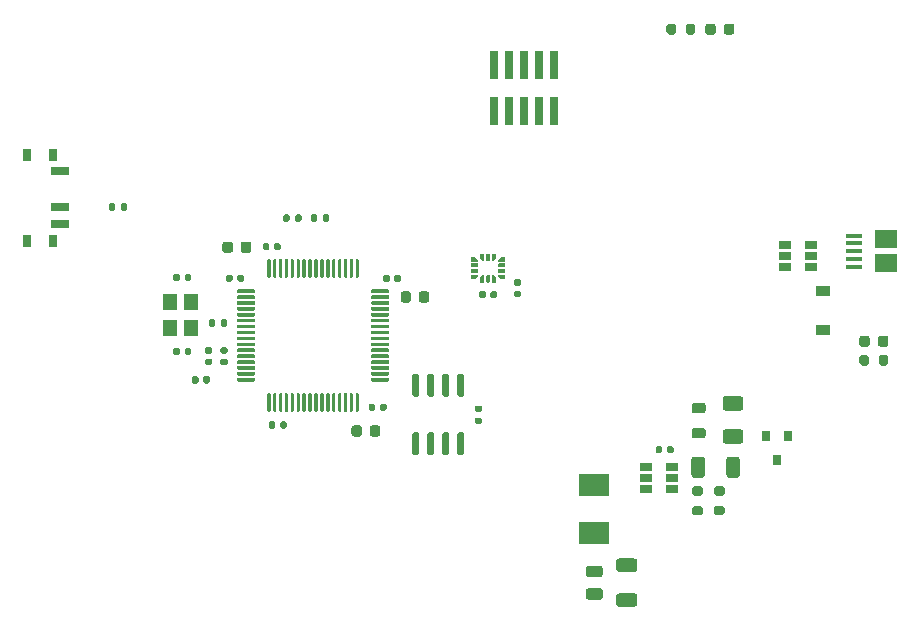
<source format=gbr>
%TF.GenerationSoftware,KiCad,Pcbnew,(5.1.7)-1*%
%TF.CreationDate,2021-01-30T20:15:53-05:00*%
%TF.ProjectId,STM32F4_Eval,53544d33-3246-4345-9f45-76616c2e6b69,rev?*%
%TF.SameCoordinates,Original*%
%TF.FileFunction,Paste,Top*%
%TF.FilePolarity,Positive*%
%FSLAX46Y46*%
G04 Gerber Fmt 4.6, Leading zero omitted, Abs format (unit mm)*
G04 Created by KiCad (PCBNEW (5.1.7)-1) date 2021-01-30 20:15:53*
%MOMM*%
%LPD*%
G01*
G04 APERTURE LIST*
%ADD10R,1.060000X0.650000*%
%ADD11R,1.900000X1.500000*%
%ADD12R,1.350000X0.400000*%
%ADD13R,1.200000X0.900000*%
%ADD14R,2.500000X1.900000*%
%ADD15R,0.800000X0.900000*%
%ADD16R,1.200000X1.400000*%
%ADD17C,0.100000*%
%ADD18R,1.500000X0.700000*%
%ADD19R,0.800000X1.000000*%
%ADD20R,0.740000X2.400000*%
G04 APERTURE END LIST*
D10*
%TO.C,U2*%
X154140000Y-110740000D03*
X154140000Y-111690000D03*
X154140000Y-112640000D03*
X156340000Y-112640000D03*
X156340000Y-110740000D03*
X156340000Y-111690000D03*
%TD*%
%TO.C,C14*%
G36*
G01*
X155910000Y-109470000D02*
X155910000Y-109130000D01*
G75*
G02*
X156050000Y-108990000I140000J0D01*
G01*
X156330000Y-108990000D01*
G75*
G02*
X156470000Y-109130000I0J-140000D01*
G01*
X156470000Y-109470000D01*
G75*
G02*
X156330000Y-109610000I-140000J0D01*
G01*
X156050000Y-109610000D01*
G75*
G02*
X155910000Y-109470000I0J140000D01*
G01*
G37*
G36*
G01*
X154950000Y-109470000D02*
X154950000Y-109130000D01*
G75*
G02*
X155090000Y-108990000I140000J0D01*
G01*
X155370000Y-108990000D01*
G75*
G02*
X155510000Y-109130000I0J-140000D01*
G01*
X155510000Y-109470000D01*
G75*
G02*
X155370000Y-109610000I-140000J0D01*
G01*
X155090000Y-109610000D01*
G75*
G02*
X154950000Y-109470000I0J140000D01*
G01*
G37*
%TD*%
D11*
%TO.C,J2*%
X174487500Y-91500000D03*
D12*
X171787500Y-93150000D03*
X171787500Y-93800000D03*
X171787500Y-91200000D03*
X171787500Y-91850000D03*
X171787500Y-92500000D03*
D11*
X174487500Y-93500000D03*
%TD*%
%TO.C,R1*%
G36*
G01*
X109680000Y-88925000D02*
X109680000Y-88555000D01*
G75*
G02*
X109815000Y-88420000I135000J0D01*
G01*
X110085000Y-88420000D01*
G75*
G02*
X110220000Y-88555000I0J-135000D01*
G01*
X110220000Y-88925000D01*
G75*
G02*
X110085000Y-89060000I-135000J0D01*
G01*
X109815000Y-89060000D01*
G75*
G02*
X109680000Y-88925000I0J135000D01*
G01*
G37*
G36*
G01*
X108660000Y-88925000D02*
X108660000Y-88555000D01*
G75*
G02*
X108795000Y-88420000I135000J0D01*
G01*
X109065000Y-88420000D01*
G75*
G02*
X109200000Y-88555000I0J-135000D01*
G01*
X109200000Y-88925000D01*
G75*
G02*
X109065000Y-89060000I-135000J0D01*
G01*
X108795000Y-89060000D01*
G75*
G02*
X108660000Y-88925000I0J135000D01*
G01*
G37*
%TD*%
%TO.C,D2*%
G36*
G01*
X159162500Y-73956250D02*
X159162500Y-73443750D01*
G75*
G02*
X159381250Y-73225000I218750J0D01*
G01*
X159818750Y-73225000D01*
G75*
G02*
X160037500Y-73443750I0J-218750D01*
G01*
X160037500Y-73956250D01*
G75*
G02*
X159818750Y-74175000I-218750J0D01*
G01*
X159381250Y-74175000D01*
G75*
G02*
X159162500Y-73956250I0J218750D01*
G01*
G37*
G36*
G01*
X160737500Y-73956250D02*
X160737500Y-73443750D01*
G75*
G02*
X160956250Y-73225000I218750J0D01*
G01*
X161393750Y-73225000D01*
G75*
G02*
X161612500Y-73443750I0J-218750D01*
G01*
X161612500Y-73956250D01*
G75*
G02*
X161393750Y-74175000I-218750J0D01*
G01*
X160956250Y-74175000D01*
G75*
G02*
X160737500Y-73956250I0J218750D01*
G01*
G37*
%TD*%
%TO.C,L1*%
G36*
G01*
X115665000Y-103572500D02*
X115665000Y-103227500D01*
G75*
G02*
X115812500Y-103080000I147500J0D01*
G01*
X116107500Y-103080000D01*
G75*
G02*
X116255000Y-103227500I0J-147500D01*
G01*
X116255000Y-103572500D01*
G75*
G02*
X116107500Y-103720000I-147500J0D01*
G01*
X115812500Y-103720000D01*
G75*
G02*
X115665000Y-103572500I0J147500D01*
G01*
G37*
G36*
G01*
X116635000Y-103572500D02*
X116635000Y-103227500D01*
G75*
G02*
X116782500Y-103080000I147500J0D01*
G01*
X117077500Y-103080000D01*
G75*
G02*
X117225000Y-103227500I0J-147500D01*
G01*
X117225000Y-103572500D01*
G75*
G02*
X117077500Y-103720000I-147500J0D01*
G01*
X116782500Y-103720000D01*
G75*
G02*
X116635000Y-103572500I0J147500D01*
G01*
G37*
%TD*%
D13*
%TO.C,D3*%
X169150000Y-99150000D03*
X169150000Y-95850000D03*
%TD*%
D14*
%TO.C,L2*%
X149760000Y-112270000D03*
X149760000Y-116370000D03*
%TD*%
D15*
%TO.C,Q1*%
X165230000Y-110190000D03*
X164280000Y-108190000D03*
X166180000Y-108190000D03*
%TD*%
%TO.C,F1*%
G36*
G01*
X160875000Y-104765000D02*
X162125000Y-104765000D01*
G75*
G02*
X162375000Y-105015000I0J-250000D01*
G01*
X162375000Y-105765000D01*
G75*
G02*
X162125000Y-106015000I-250000J0D01*
G01*
X160875000Y-106015000D01*
G75*
G02*
X160625000Y-105765000I0J250000D01*
G01*
X160625000Y-105015000D01*
G75*
G02*
X160875000Y-104765000I250000J0D01*
G01*
G37*
G36*
G01*
X160875000Y-107565000D02*
X162125000Y-107565000D01*
G75*
G02*
X162375000Y-107815000I0J-250000D01*
G01*
X162375000Y-108565000D01*
G75*
G02*
X162125000Y-108815000I-250000J0D01*
G01*
X160875000Y-108815000D01*
G75*
G02*
X160625000Y-108565000I0J250000D01*
G01*
X160625000Y-107815000D01*
G75*
G02*
X160875000Y-107565000I250000J0D01*
G01*
G37*
%TD*%
%TO.C,C1*%
G36*
G01*
X120725000Y-91925000D02*
X120725000Y-92425000D01*
G75*
G02*
X120500000Y-92650000I-225000J0D01*
G01*
X120050000Y-92650000D01*
G75*
G02*
X119825000Y-92425000I0J225000D01*
G01*
X119825000Y-91925000D01*
G75*
G02*
X120050000Y-91700000I225000J0D01*
G01*
X120500000Y-91700000D01*
G75*
G02*
X120725000Y-91925000I0J-225000D01*
G01*
G37*
G36*
G01*
X119175000Y-91925000D02*
X119175000Y-92425000D01*
G75*
G02*
X118950000Y-92650000I-225000J0D01*
G01*
X118500000Y-92650000D01*
G75*
G02*
X118275000Y-92425000I0J225000D01*
G01*
X118275000Y-91925000D01*
G75*
G02*
X118500000Y-91700000I225000J0D01*
G01*
X118950000Y-91700000D01*
G75*
G02*
X119175000Y-91925000I0J-225000D01*
G01*
G37*
%TD*%
%TO.C,C5*%
G36*
G01*
X131870000Y-94990000D02*
X131870000Y-94650000D01*
G75*
G02*
X132010000Y-94510000I140000J0D01*
G01*
X132290000Y-94510000D01*
G75*
G02*
X132430000Y-94650000I0J-140000D01*
G01*
X132430000Y-94990000D01*
G75*
G02*
X132290000Y-95130000I-140000J0D01*
G01*
X132010000Y-95130000D01*
G75*
G02*
X131870000Y-94990000I0J140000D01*
G01*
G37*
G36*
G01*
X132830000Y-94990000D02*
X132830000Y-94650000D01*
G75*
G02*
X132970000Y-94510000I140000J0D01*
G01*
X133250000Y-94510000D01*
G75*
G02*
X133390000Y-94650000I0J-140000D01*
G01*
X133390000Y-94990000D01*
G75*
G02*
X133250000Y-95130000I-140000J0D01*
G01*
X132970000Y-95130000D01*
G75*
G02*
X132830000Y-94990000I0J140000D01*
G01*
G37*
%TD*%
%TO.C,C7*%
G36*
G01*
X117280000Y-102148000D02*
X116940000Y-102148000D01*
G75*
G02*
X116800000Y-102008000I0J140000D01*
G01*
X116800000Y-101728000D01*
G75*
G02*
X116940000Y-101588000I140000J0D01*
G01*
X117280000Y-101588000D01*
G75*
G02*
X117420000Y-101728000I0J-140000D01*
G01*
X117420000Y-102008000D01*
G75*
G02*
X117280000Y-102148000I-140000J0D01*
G01*
G37*
G36*
G01*
X117280000Y-101188000D02*
X116940000Y-101188000D01*
G75*
G02*
X116800000Y-101048000I0J140000D01*
G01*
X116800000Y-100768000D01*
G75*
G02*
X116940000Y-100628000I140000J0D01*
G01*
X117280000Y-100628000D01*
G75*
G02*
X117420000Y-100768000I0J-140000D01*
G01*
X117420000Y-101048000D01*
G75*
G02*
X117280000Y-101188000I-140000J0D01*
G01*
G37*
%TD*%
%TO.C,C2*%
G36*
G01*
X120100000Y-94620000D02*
X120100000Y-94960000D01*
G75*
G02*
X119960000Y-95100000I-140000J0D01*
G01*
X119680000Y-95100000D01*
G75*
G02*
X119540000Y-94960000I0J140000D01*
G01*
X119540000Y-94620000D01*
G75*
G02*
X119680000Y-94480000I140000J0D01*
G01*
X119960000Y-94480000D01*
G75*
G02*
X120100000Y-94620000I0J-140000D01*
G01*
G37*
G36*
G01*
X119140000Y-94620000D02*
X119140000Y-94960000D01*
G75*
G02*
X119000000Y-95100000I-140000J0D01*
G01*
X118720000Y-95100000D01*
G75*
G02*
X118580000Y-94960000I0J140000D01*
G01*
X118580000Y-94620000D01*
G75*
G02*
X118720000Y-94480000I140000J0D01*
G01*
X119000000Y-94480000D01*
G75*
G02*
X119140000Y-94620000I0J-140000D01*
G01*
G37*
%TD*%
%TO.C,C3*%
G36*
G01*
X122770000Y-107050000D02*
X122770000Y-107390000D01*
G75*
G02*
X122630000Y-107530000I-140000J0D01*
G01*
X122350000Y-107530000D01*
G75*
G02*
X122210000Y-107390000I0J140000D01*
G01*
X122210000Y-107050000D01*
G75*
G02*
X122350000Y-106910000I140000J0D01*
G01*
X122630000Y-106910000D01*
G75*
G02*
X122770000Y-107050000I0J-140000D01*
G01*
G37*
G36*
G01*
X123730000Y-107050000D02*
X123730000Y-107390000D01*
G75*
G02*
X123590000Y-107530000I-140000J0D01*
G01*
X123310000Y-107530000D01*
G75*
G02*
X123170000Y-107390000I0J140000D01*
G01*
X123170000Y-107050000D01*
G75*
G02*
X123310000Y-106910000I140000J0D01*
G01*
X123590000Y-106910000D01*
G75*
G02*
X123730000Y-107050000I0J-140000D01*
G01*
G37*
%TD*%
%TO.C,C6*%
G36*
G01*
X122650000Y-92290000D02*
X122650000Y-91950000D01*
G75*
G02*
X122790000Y-91810000I140000J0D01*
G01*
X123070000Y-91810000D01*
G75*
G02*
X123210000Y-91950000I0J-140000D01*
G01*
X123210000Y-92290000D01*
G75*
G02*
X123070000Y-92430000I-140000J0D01*
G01*
X122790000Y-92430000D01*
G75*
G02*
X122650000Y-92290000I0J140000D01*
G01*
G37*
G36*
G01*
X121690000Y-92290000D02*
X121690000Y-91950000D01*
G75*
G02*
X121830000Y-91810000I140000J0D01*
G01*
X122110000Y-91810000D01*
G75*
G02*
X122250000Y-91950000I0J-140000D01*
G01*
X122250000Y-92290000D01*
G75*
G02*
X122110000Y-92430000I-140000J0D01*
G01*
X121830000Y-92430000D01*
G75*
G02*
X121690000Y-92290000I0J140000D01*
G01*
G37*
%TD*%
%TO.C,C4*%
G36*
G01*
X131610000Y-105890000D02*
X131610000Y-105550000D01*
G75*
G02*
X131750000Y-105410000I140000J0D01*
G01*
X132030000Y-105410000D01*
G75*
G02*
X132170000Y-105550000I0J-140000D01*
G01*
X132170000Y-105890000D01*
G75*
G02*
X132030000Y-106030000I-140000J0D01*
G01*
X131750000Y-106030000D01*
G75*
G02*
X131610000Y-105890000I0J140000D01*
G01*
G37*
G36*
G01*
X130650000Y-105890000D02*
X130650000Y-105550000D01*
G75*
G02*
X130790000Y-105410000I140000J0D01*
G01*
X131070000Y-105410000D01*
G75*
G02*
X131210000Y-105550000I0J-140000D01*
G01*
X131210000Y-105890000D01*
G75*
G02*
X131070000Y-106030000I-140000J0D01*
G01*
X130790000Y-106030000D01*
G75*
G02*
X130650000Y-105890000I0J140000D01*
G01*
G37*
%TD*%
%TO.C,C8*%
G36*
G01*
X118570000Y-101188000D02*
X118230000Y-101188000D01*
G75*
G02*
X118090000Y-101048000I0J140000D01*
G01*
X118090000Y-100768000D01*
G75*
G02*
X118230000Y-100628000I140000J0D01*
G01*
X118570000Y-100628000D01*
G75*
G02*
X118710000Y-100768000I0J-140000D01*
G01*
X118710000Y-101048000D01*
G75*
G02*
X118570000Y-101188000I-140000J0D01*
G01*
G37*
G36*
G01*
X118570000Y-102148000D02*
X118230000Y-102148000D01*
G75*
G02*
X118090000Y-102008000I0J140000D01*
G01*
X118090000Y-101728000D01*
G75*
G02*
X118230000Y-101588000I140000J0D01*
G01*
X118570000Y-101588000D01*
G75*
G02*
X118710000Y-101728000I0J-140000D01*
G01*
X118710000Y-102008000D01*
G75*
G02*
X118570000Y-102148000I-140000J0D01*
G01*
G37*
%TD*%
%TO.C,R2*%
G36*
G01*
X158325000Y-73425000D02*
X158325000Y-73975000D01*
G75*
G02*
X158125000Y-74175000I-200000J0D01*
G01*
X157725000Y-74175000D01*
G75*
G02*
X157525000Y-73975000I0J200000D01*
G01*
X157525000Y-73425000D01*
G75*
G02*
X157725000Y-73225000I200000J0D01*
G01*
X158125000Y-73225000D01*
G75*
G02*
X158325000Y-73425000I0J-200000D01*
G01*
G37*
G36*
G01*
X156675000Y-73425000D02*
X156675000Y-73975000D01*
G75*
G02*
X156475000Y-74175000I-200000J0D01*
G01*
X156075000Y-74175000D01*
G75*
G02*
X155875000Y-73975000I0J200000D01*
G01*
X155875000Y-73425000D01*
G75*
G02*
X156075000Y-73225000I200000J0D01*
G01*
X156475000Y-73225000D01*
G75*
G02*
X156675000Y-73425000I0J-200000D01*
G01*
G37*
%TD*%
%TO.C,R11*%
G36*
G01*
X173865000Y-102005000D02*
X173865000Y-101455000D01*
G75*
G02*
X174065000Y-101255000I200000J0D01*
G01*
X174465000Y-101255000D01*
G75*
G02*
X174665000Y-101455000I0J-200000D01*
G01*
X174665000Y-102005000D01*
G75*
G02*
X174465000Y-102205000I-200000J0D01*
G01*
X174065000Y-102205000D01*
G75*
G02*
X173865000Y-102005000I0J200000D01*
G01*
G37*
G36*
G01*
X172215000Y-102005000D02*
X172215000Y-101455000D01*
G75*
G02*
X172415000Y-101255000I200000J0D01*
G01*
X172815000Y-101255000D01*
G75*
G02*
X173015000Y-101455000I0J-200000D01*
G01*
X173015000Y-102005000D01*
G75*
G02*
X172815000Y-102205000I-200000J0D01*
G01*
X172415000Y-102205000D01*
G75*
G02*
X172215000Y-102005000I0J200000D01*
G01*
G37*
%TD*%
D16*
%TO.C,Y1*%
X115575000Y-96775000D03*
X115575000Y-98975000D03*
X113875000Y-98975000D03*
X113875000Y-96775000D03*
%TD*%
%TO.C,R9*%
G36*
G01*
X160065000Y-112420000D02*
X160615000Y-112420000D01*
G75*
G02*
X160815000Y-112620000I0J-200000D01*
G01*
X160815000Y-113020000D01*
G75*
G02*
X160615000Y-113220000I-200000J0D01*
G01*
X160065000Y-113220000D01*
G75*
G02*
X159865000Y-113020000I0J200000D01*
G01*
X159865000Y-112620000D01*
G75*
G02*
X160065000Y-112420000I200000J0D01*
G01*
G37*
G36*
G01*
X160065000Y-114070000D02*
X160615000Y-114070000D01*
G75*
G02*
X160815000Y-114270000I0J-200000D01*
G01*
X160815000Y-114670000D01*
G75*
G02*
X160615000Y-114870000I-200000J0D01*
G01*
X160065000Y-114870000D01*
G75*
G02*
X159865000Y-114670000I0J200000D01*
G01*
X159865000Y-114270000D01*
G75*
G02*
X160065000Y-114070000I200000J0D01*
G01*
G37*
%TD*%
%TO.C,U1*%
G36*
G01*
X119500000Y-95963000D02*
X119500000Y-95813000D01*
G75*
G02*
X119575000Y-95738000I75000J0D01*
G01*
X120975000Y-95738000D01*
G75*
G02*
X121050000Y-95813000I0J-75000D01*
G01*
X121050000Y-95963000D01*
G75*
G02*
X120975000Y-96038000I-75000J0D01*
G01*
X119575000Y-96038000D01*
G75*
G02*
X119500000Y-95963000I0J75000D01*
G01*
G37*
G36*
G01*
X119500000Y-96463000D02*
X119500000Y-96313000D01*
G75*
G02*
X119575000Y-96238000I75000J0D01*
G01*
X120975000Y-96238000D01*
G75*
G02*
X121050000Y-96313000I0J-75000D01*
G01*
X121050000Y-96463000D01*
G75*
G02*
X120975000Y-96538000I-75000J0D01*
G01*
X119575000Y-96538000D01*
G75*
G02*
X119500000Y-96463000I0J75000D01*
G01*
G37*
G36*
G01*
X119500000Y-96963000D02*
X119500000Y-96813000D01*
G75*
G02*
X119575000Y-96738000I75000J0D01*
G01*
X120975000Y-96738000D01*
G75*
G02*
X121050000Y-96813000I0J-75000D01*
G01*
X121050000Y-96963000D01*
G75*
G02*
X120975000Y-97038000I-75000J0D01*
G01*
X119575000Y-97038000D01*
G75*
G02*
X119500000Y-96963000I0J75000D01*
G01*
G37*
G36*
G01*
X119500000Y-97463000D02*
X119500000Y-97313000D01*
G75*
G02*
X119575000Y-97238000I75000J0D01*
G01*
X120975000Y-97238000D01*
G75*
G02*
X121050000Y-97313000I0J-75000D01*
G01*
X121050000Y-97463000D01*
G75*
G02*
X120975000Y-97538000I-75000J0D01*
G01*
X119575000Y-97538000D01*
G75*
G02*
X119500000Y-97463000I0J75000D01*
G01*
G37*
G36*
G01*
X119500000Y-97963000D02*
X119500000Y-97813000D01*
G75*
G02*
X119575000Y-97738000I75000J0D01*
G01*
X120975000Y-97738000D01*
G75*
G02*
X121050000Y-97813000I0J-75000D01*
G01*
X121050000Y-97963000D01*
G75*
G02*
X120975000Y-98038000I-75000J0D01*
G01*
X119575000Y-98038000D01*
G75*
G02*
X119500000Y-97963000I0J75000D01*
G01*
G37*
G36*
G01*
X119500000Y-98463000D02*
X119500000Y-98313000D01*
G75*
G02*
X119575000Y-98238000I75000J0D01*
G01*
X120975000Y-98238000D01*
G75*
G02*
X121050000Y-98313000I0J-75000D01*
G01*
X121050000Y-98463000D01*
G75*
G02*
X120975000Y-98538000I-75000J0D01*
G01*
X119575000Y-98538000D01*
G75*
G02*
X119500000Y-98463000I0J75000D01*
G01*
G37*
G36*
G01*
X119500000Y-98963000D02*
X119500000Y-98813000D01*
G75*
G02*
X119575000Y-98738000I75000J0D01*
G01*
X120975000Y-98738000D01*
G75*
G02*
X121050000Y-98813000I0J-75000D01*
G01*
X121050000Y-98963000D01*
G75*
G02*
X120975000Y-99038000I-75000J0D01*
G01*
X119575000Y-99038000D01*
G75*
G02*
X119500000Y-98963000I0J75000D01*
G01*
G37*
G36*
G01*
X119500000Y-99463000D02*
X119500000Y-99313000D01*
G75*
G02*
X119575000Y-99238000I75000J0D01*
G01*
X120975000Y-99238000D01*
G75*
G02*
X121050000Y-99313000I0J-75000D01*
G01*
X121050000Y-99463000D01*
G75*
G02*
X120975000Y-99538000I-75000J0D01*
G01*
X119575000Y-99538000D01*
G75*
G02*
X119500000Y-99463000I0J75000D01*
G01*
G37*
G36*
G01*
X119500000Y-99963000D02*
X119500000Y-99813000D01*
G75*
G02*
X119575000Y-99738000I75000J0D01*
G01*
X120975000Y-99738000D01*
G75*
G02*
X121050000Y-99813000I0J-75000D01*
G01*
X121050000Y-99963000D01*
G75*
G02*
X120975000Y-100038000I-75000J0D01*
G01*
X119575000Y-100038000D01*
G75*
G02*
X119500000Y-99963000I0J75000D01*
G01*
G37*
G36*
G01*
X119500000Y-100463000D02*
X119500000Y-100313000D01*
G75*
G02*
X119575000Y-100238000I75000J0D01*
G01*
X120975000Y-100238000D01*
G75*
G02*
X121050000Y-100313000I0J-75000D01*
G01*
X121050000Y-100463000D01*
G75*
G02*
X120975000Y-100538000I-75000J0D01*
G01*
X119575000Y-100538000D01*
G75*
G02*
X119500000Y-100463000I0J75000D01*
G01*
G37*
G36*
G01*
X119500000Y-100963000D02*
X119500000Y-100813000D01*
G75*
G02*
X119575000Y-100738000I75000J0D01*
G01*
X120975000Y-100738000D01*
G75*
G02*
X121050000Y-100813000I0J-75000D01*
G01*
X121050000Y-100963000D01*
G75*
G02*
X120975000Y-101038000I-75000J0D01*
G01*
X119575000Y-101038000D01*
G75*
G02*
X119500000Y-100963000I0J75000D01*
G01*
G37*
G36*
G01*
X119500000Y-101463000D02*
X119500000Y-101313000D01*
G75*
G02*
X119575000Y-101238000I75000J0D01*
G01*
X120975000Y-101238000D01*
G75*
G02*
X121050000Y-101313000I0J-75000D01*
G01*
X121050000Y-101463000D01*
G75*
G02*
X120975000Y-101538000I-75000J0D01*
G01*
X119575000Y-101538000D01*
G75*
G02*
X119500000Y-101463000I0J75000D01*
G01*
G37*
G36*
G01*
X119500000Y-101963000D02*
X119500000Y-101813000D01*
G75*
G02*
X119575000Y-101738000I75000J0D01*
G01*
X120975000Y-101738000D01*
G75*
G02*
X121050000Y-101813000I0J-75000D01*
G01*
X121050000Y-101963000D01*
G75*
G02*
X120975000Y-102038000I-75000J0D01*
G01*
X119575000Y-102038000D01*
G75*
G02*
X119500000Y-101963000I0J75000D01*
G01*
G37*
G36*
G01*
X119500000Y-102463000D02*
X119500000Y-102313000D01*
G75*
G02*
X119575000Y-102238000I75000J0D01*
G01*
X120975000Y-102238000D01*
G75*
G02*
X121050000Y-102313000I0J-75000D01*
G01*
X121050000Y-102463000D01*
G75*
G02*
X120975000Y-102538000I-75000J0D01*
G01*
X119575000Y-102538000D01*
G75*
G02*
X119500000Y-102463000I0J75000D01*
G01*
G37*
G36*
G01*
X119500000Y-102963000D02*
X119500000Y-102813000D01*
G75*
G02*
X119575000Y-102738000I75000J0D01*
G01*
X120975000Y-102738000D01*
G75*
G02*
X121050000Y-102813000I0J-75000D01*
G01*
X121050000Y-102963000D01*
G75*
G02*
X120975000Y-103038000I-75000J0D01*
G01*
X119575000Y-103038000D01*
G75*
G02*
X119500000Y-102963000I0J75000D01*
G01*
G37*
G36*
G01*
X119500000Y-103463000D02*
X119500000Y-103313000D01*
G75*
G02*
X119575000Y-103238000I75000J0D01*
G01*
X120975000Y-103238000D01*
G75*
G02*
X121050000Y-103313000I0J-75000D01*
G01*
X121050000Y-103463000D01*
G75*
G02*
X120975000Y-103538000I-75000J0D01*
G01*
X119575000Y-103538000D01*
G75*
G02*
X119500000Y-103463000I0J75000D01*
G01*
G37*
G36*
G01*
X122050000Y-106013000D02*
X122050000Y-104613000D01*
G75*
G02*
X122125000Y-104538000I75000J0D01*
G01*
X122275000Y-104538000D01*
G75*
G02*
X122350000Y-104613000I0J-75000D01*
G01*
X122350000Y-106013000D01*
G75*
G02*
X122275000Y-106088000I-75000J0D01*
G01*
X122125000Y-106088000D01*
G75*
G02*
X122050000Y-106013000I0J75000D01*
G01*
G37*
G36*
G01*
X122550000Y-106013000D02*
X122550000Y-104613000D01*
G75*
G02*
X122625000Y-104538000I75000J0D01*
G01*
X122775000Y-104538000D01*
G75*
G02*
X122850000Y-104613000I0J-75000D01*
G01*
X122850000Y-106013000D01*
G75*
G02*
X122775000Y-106088000I-75000J0D01*
G01*
X122625000Y-106088000D01*
G75*
G02*
X122550000Y-106013000I0J75000D01*
G01*
G37*
G36*
G01*
X123050000Y-106013000D02*
X123050000Y-104613000D01*
G75*
G02*
X123125000Y-104538000I75000J0D01*
G01*
X123275000Y-104538000D01*
G75*
G02*
X123350000Y-104613000I0J-75000D01*
G01*
X123350000Y-106013000D01*
G75*
G02*
X123275000Y-106088000I-75000J0D01*
G01*
X123125000Y-106088000D01*
G75*
G02*
X123050000Y-106013000I0J75000D01*
G01*
G37*
G36*
G01*
X123550000Y-106013000D02*
X123550000Y-104613000D01*
G75*
G02*
X123625000Y-104538000I75000J0D01*
G01*
X123775000Y-104538000D01*
G75*
G02*
X123850000Y-104613000I0J-75000D01*
G01*
X123850000Y-106013000D01*
G75*
G02*
X123775000Y-106088000I-75000J0D01*
G01*
X123625000Y-106088000D01*
G75*
G02*
X123550000Y-106013000I0J75000D01*
G01*
G37*
G36*
G01*
X124050000Y-106013000D02*
X124050000Y-104613000D01*
G75*
G02*
X124125000Y-104538000I75000J0D01*
G01*
X124275000Y-104538000D01*
G75*
G02*
X124350000Y-104613000I0J-75000D01*
G01*
X124350000Y-106013000D01*
G75*
G02*
X124275000Y-106088000I-75000J0D01*
G01*
X124125000Y-106088000D01*
G75*
G02*
X124050000Y-106013000I0J75000D01*
G01*
G37*
G36*
G01*
X124550000Y-106013000D02*
X124550000Y-104613000D01*
G75*
G02*
X124625000Y-104538000I75000J0D01*
G01*
X124775000Y-104538000D01*
G75*
G02*
X124850000Y-104613000I0J-75000D01*
G01*
X124850000Y-106013000D01*
G75*
G02*
X124775000Y-106088000I-75000J0D01*
G01*
X124625000Y-106088000D01*
G75*
G02*
X124550000Y-106013000I0J75000D01*
G01*
G37*
G36*
G01*
X125050000Y-106013000D02*
X125050000Y-104613000D01*
G75*
G02*
X125125000Y-104538000I75000J0D01*
G01*
X125275000Y-104538000D01*
G75*
G02*
X125350000Y-104613000I0J-75000D01*
G01*
X125350000Y-106013000D01*
G75*
G02*
X125275000Y-106088000I-75000J0D01*
G01*
X125125000Y-106088000D01*
G75*
G02*
X125050000Y-106013000I0J75000D01*
G01*
G37*
G36*
G01*
X125550000Y-106013000D02*
X125550000Y-104613000D01*
G75*
G02*
X125625000Y-104538000I75000J0D01*
G01*
X125775000Y-104538000D01*
G75*
G02*
X125850000Y-104613000I0J-75000D01*
G01*
X125850000Y-106013000D01*
G75*
G02*
X125775000Y-106088000I-75000J0D01*
G01*
X125625000Y-106088000D01*
G75*
G02*
X125550000Y-106013000I0J75000D01*
G01*
G37*
G36*
G01*
X126050000Y-106013000D02*
X126050000Y-104613000D01*
G75*
G02*
X126125000Y-104538000I75000J0D01*
G01*
X126275000Y-104538000D01*
G75*
G02*
X126350000Y-104613000I0J-75000D01*
G01*
X126350000Y-106013000D01*
G75*
G02*
X126275000Y-106088000I-75000J0D01*
G01*
X126125000Y-106088000D01*
G75*
G02*
X126050000Y-106013000I0J75000D01*
G01*
G37*
G36*
G01*
X126550000Y-106013000D02*
X126550000Y-104613000D01*
G75*
G02*
X126625000Y-104538000I75000J0D01*
G01*
X126775000Y-104538000D01*
G75*
G02*
X126850000Y-104613000I0J-75000D01*
G01*
X126850000Y-106013000D01*
G75*
G02*
X126775000Y-106088000I-75000J0D01*
G01*
X126625000Y-106088000D01*
G75*
G02*
X126550000Y-106013000I0J75000D01*
G01*
G37*
G36*
G01*
X127050000Y-106013000D02*
X127050000Y-104613000D01*
G75*
G02*
X127125000Y-104538000I75000J0D01*
G01*
X127275000Y-104538000D01*
G75*
G02*
X127350000Y-104613000I0J-75000D01*
G01*
X127350000Y-106013000D01*
G75*
G02*
X127275000Y-106088000I-75000J0D01*
G01*
X127125000Y-106088000D01*
G75*
G02*
X127050000Y-106013000I0J75000D01*
G01*
G37*
G36*
G01*
X127550000Y-106013000D02*
X127550000Y-104613000D01*
G75*
G02*
X127625000Y-104538000I75000J0D01*
G01*
X127775000Y-104538000D01*
G75*
G02*
X127850000Y-104613000I0J-75000D01*
G01*
X127850000Y-106013000D01*
G75*
G02*
X127775000Y-106088000I-75000J0D01*
G01*
X127625000Y-106088000D01*
G75*
G02*
X127550000Y-106013000I0J75000D01*
G01*
G37*
G36*
G01*
X128050000Y-106013000D02*
X128050000Y-104613000D01*
G75*
G02*
X128125000Y-104538000I75000J0D01*
G01*
X128275000Y-104538000D01*
G75*
G02*
X128350000Y-104613000I0J-75000D01*
G01*
X128350000Y-106013000D01*
G75*
G02*
X128275000Y-106088000I-75000J0D01*
G01*
X128125000Y-106088000D01*
G75*
G02*
X128050000Y-106013000I0J75000D01*
G01*
G37*
G36*
G01*
X128550000Y-106013000D02*
X128550000Y-104613000D01*
G75*
G02*
X128625000Y-104538000I75000J0D01*
G01*
X128775000Y-104538000D01*
G75*
G02*
X128850000Y-104613000I0J-75000D01*
G01*
X128850000Y-106013000D01*
G75*
G02*
X128775000Y-106088000I-75000J0D01*
G01*
X128625000Y-106088000D01*
G75*
G02*
X128550000Y-106013000I0J75000D01*
G01*
G37*
G36*
G01*
X129050000Y-106013000D02*
X129050000Y-104613000D01*
G75*
G02*
X129125000Y-104538000I75000J0D01*
G01*
X129275000Y-104538000D01*
G75*
G02*
X129350000Y-104613000I0J-75000D01*
G01*
X129350000Y-106013000D01*
G75*
G02*
X129275000Y-106088000I-75000J0D01*
G01*
X129125000Y-106088000D01*
G75*
G02*
X129050000Y-106013000I0J75000D01*
G01*
G37*
G36*
G01*
X129550000Y-106013000D02*
X129550000Y-104613000D01*
G75*
G02*
X129625000Y-104538000I75000J0D01*
G01*
X129775000Y-104538000D01*
G75*
G02*
X129850000Y-104613000I0J-75000D01*
G01*
X129850000Y-106013000D01*
G75*
G02*
X129775000Y-106088000I-75000J0D01*
G01*
X129625000Y-106088000D01*
G75*
G02*
X129550000Y-106013000I0J75000D01*
G01*
G37*
G36*
G01*
X130850000Y-103463000D02*
X130850000Y-103313000D01*
G75*
G02*
X130925000Y-103238000I75000J0D01*
G01*
X132325000Y-103238000D01*
G75*
G02*
X132400000Y-103313000I0J-75000D01*
G01*
X132400000Y-103463000D01*
G75*
G02*
X132325000Y-103538000I-75000J0D01*
G01*
X130925000Y-103538000D01*
G75*
G02*
X130850000Y-103463000I0J75000D01*
G01*
G37*
G36*
G01*
X130850000Y-102963000D02*
X130850000Y-102813000D01*
G75*
G02*
X130925000Y-102738000I75000J0D01*
G01*
X132325000Y-102738000D01*
G75*
G02*
X132400000Y-102813000I0J-75000D01*
G01*
X132400000Y-102963000D01*
G75*
G02*
X132325000Y-103038000I-75000J0D01*
G01*
X130925000Y-103038000D01*
G75*
G02*
X130850000Y-102963000I0J75000D01*
G01*
G37*
G36*
G01*
X130850000Y-102463000D02*
X130850000Y-102313000D01*
G75*
G02*
X130925000Y-102238000I75000J0D01*
G01*
X132325000Y-102238000D01*
G75*
G02*
X132400000Y-102313000I0J-75000D01*
G01*
X132400000Y-102463000D01*
G75*
G02*
X132325000Y-102538000I-75000J0D01*
G01*
X130925000Y-102538000D01*
G75*
G02*
X130850000Y-102463000I0J75000D01*
G01*
G37*
G36*
G01*
X130850000Y-101963000D02*
X130850000Y-101813000D01*
G75*
G02*
X130925000Y-101738000I75000J0D01*
G01*
X132325000Y-101738000D01*
G75*
G02*
X132400000Y-101813000I0J-75000D01*
G01*
X132400000Y-101963000D01*
G75*
G02*
X132325000Y-102038000I-75000J0D01*
G01*
X130925000Y-102038000D01*
G75*
G02*
X130850000Y-101963000I0J75000D01*
G01*
G37*
G36*
G01*
X130850000Y-101463000D02*
X130850000Y-101313000D01*
G75*
G02*
X130925000Y-101238000I75000J0D01*
G01*
X132325000Y-101238000D01*
G75*
G02*
X132400000Y-101313000I0J-75000D01*
G01*
X132400000Y-101463000D01*
G75*
G02*
X132325000Y-101538000I-75000J0D01*
G01*
X130925000Y-101538000D01*
G75*
G02*
X130850000Y-101463000I0J75000D01*
G01*
G37*
G36*
G01*
X130850000Y-100963000D02*
X130850000Y-100813000D01*
G75*
G02*
X130925000Y-100738000I75000J0D01*
G01*
X132325000Y-100738000D01*
G75*
G02*
X132400000Y-100813000I0J-75000D01*
G01*
X132400000Y-100963000D01*
G75*
G02*
X132325000Y-101038000I-75000J0D01*
G01*
X130925000Y-101038000D01*
G75*
G02*
X130850000Y-100963000I0J75000D01*
G01*
G37*
G36*
G01*
X130850000Y-100463000D02*
X130850000Y-100313000D01*
G75*
G02*
X130925000Y-100238000I75000J0D01*
G01*
X132325000Y-100238000D01*
G75*
G02*
X132400000Y-100313000I0J-75000D01*
G01*
X132400000Y-100463000D01*
G75*
G02*
X132325000Y-100538000I-75000J0D01*
G01*
X130925000Y-100538000D01*
G75*
G02*
X130850000Y-100463000I0J75000D01*
G01*
G37*
G36*
G01*
X130850000Y-99963000D02*
X130850000Y-99813000D01*
G75*
G02*
X130925000Y-99738000I75000J0D01*
G01*
X132325000Y-99738000D01*
G75*
G02*
X132400000Y-99813000I0J-75000D01*
G01*
X132400000Y-99963000D01*
G75*
G02*
X132325000Y-100038000I-75000J0D01*
G01*
X130925000Y-100038000D01*
G75*
G02*
X130850000Y-99963000I0J75000D01*
G01*
G37*
G36*
G01*
X130850000Y-99463000D02*
X130850000Y-99313000D01*
G75*
G02*
X130925000Y-99238000I75000J0D01*
G01*
X132325000Y-99238000D01*
G75*
G02*
X132400000Y-99313000I0J-75000D01*
G01*
X132400000Y-99463000D01*
G75*
G02*
X132325000Y-99538000I-75000J0D01*
G01*
X130925000Y-99538000D01*
G75*
G02*
X130850000Y-99463000I0J75000D01*
G01*
G37*
G36*
G01*
X130850000Y-98963000D02*
X130850000Y-98813000D01*
G75*
G02*
X130925000Y-98738000I75000J0D01*
G01*
X132325000Y-98738000D01*
G75*
G02*
X132400000Y-98813000I0J-75000D01*
G01*
X132400000Y-98963000D01*
G75*
G02*
X132325000Y-99038000I-75000J0D01*
G01*
X130925000Y-99038000D01*
G75*
G02*
X130850000Y-98963000I0J75000D01*
G01*
G37*
G36*
G01*
X130850000Y-98463000D02*
X130850000Y-98313000D01*
G75*
G02*
X130925000Y-98238000I75000J0D01*
G01*
X132325000Y-98238000D01*
G75*
G02*
X132400000Y-98313000I0J-75000D01*
G01*
X132400000Y-98463000D01*
G75*
G02*
X132325000Y-98538000I-75000J0D01*
G01*
X130925000Y-98538000D01*
G75*
G02*
X130850000Y-98463000I0J75000D01*
G01*
G37*
G36*
G01*
X130850000Y-97963000D02*
X130850000Y-97813000D01*
G75*
G02*
X130925000Y-97738000I75000J0D01*
G01*
X132325000Y-97738000D01*
G75*
G02*
X132400000Y-97813000I0J-75000D01*
G01*
X132400000Y-97963000D01*
G75*
G02*
X132325000Y-98038000I-75000J0D01*
G01*
X130925000Y-98038000D01*
G75*
G02*
X130850000Y-97963000I0J75000D01*
G01*
G37*
G36*
G01*
X130850000Y-97463000D02*
X130850000Y-97313000D01*
G75*
G02*
X130925000Y-97238000I75000J0D01*
G01*
X132325000Y-97238000D01*
G75*
G02*
X132400000Y-97313000I0J-75000D01*
G01*
X132400000Y-97463000D01*
G75*
G02*
X132325000Y-97538000I-75000J0D01*
G01*
X130925000Y-97538000D01*
G75*
G02*
X130850000Y-97463000I0J75000D01*
G01*
G37*
G36*
G01*
X130850000Y-96963000D02*
X130850000Y-96813000D01*
G75*
G02*
X130925000Y-96738000I75000J0D01*
G01*
X132325000Y-96738000D01*
G75*
G02*
X132400000Y-96813000I0J-75000D01*
G01*
X132400000Y-96963000D01*
G75*
G02*
X132325000Y-97038000I-75000J0D01*
G01*
X130925000Y-97038000D01*
G75*
G02*
X130850000Y-96963000I0J75000D01*
G01*
G37*
G36*
G01*
X130850000Y-96463000D02*
X130850000Y-96313000D01*
G75*
G02*
X130925000Y-96238000I75000J0D01*
G01*
X132325000Y-96238000D01*
G75*
G02*
X132400000Y-96313000I0J-75000D01*
G01*
X132400000Y-96463000D01*
G75*
G02*
X132325000Y-96538000I-75000J0D01*
G01*
X130925000Y-96538000D01*
G75*
G02*
X130850000Y-96463000I0J75000D01*
G01*
G37*
G36*
G01*
X130850000Y-95963000D02*
X130850000Y-95813000D01*
G75*
G02*
X130925000Y-95738000I75000J0D01*
G01*
X132325000Y-95738000D01*
G75*
G02*
X132400000Y-95813000I0J-75000D01*
G01*
X132400000Y-95963000D01*
G75*
G02*
X132325000Y-96038000I-75000J0D01*
G01*
X130925000Y-96038000D01*
G75*
G02*
X130850000Y-95963000I0J75000D01*
G01*
G37*
G36*
G01*
X129550000Y-94663000D02*
X129550000Y-93263000D01*
G75*
G02*
X129625000Y-93188000I75000J0D01*
G01*
X129775000Y-93188000D01*
G75*
G02*
X129850000Y-93263000I0J-75000D01*
G01*
X129850000Y-94663000D01*
G75*
G02*
X129775000Y-94738000I-75000J0D01*
G01*
X129625000Y-94738000D01*
G75*
G02*
X129550000Y-94663000I0J75000D01*
G01*
G37*
G36*
G01*
X129050000Y-94663000D02*
X129050000Y-93263000D01*
G75*
G02*
X129125000Y-93188000I75000J0D01*
G01*
X129275000Y-93188000D01*
G75*
G02*
X129350000Y-93263000I0J-75000D01*
G01*
X129350000Y-94663000D01*
G75*
G02*
X129275000Y-94738000I-75000J0D01*
G01*
X129125000Y-94738000D01*
G75*
G02*
X129050000Y-94663000I0J75000D01*
G01*
G37*
G36*
G01*
X128550000Y-94663000D02*
X128550000Y-93263000D01*
G75*
G02*
X128625000Y-93188000I75000J0D01*
G01*
X128775000Y-93188000D01*
G75*
G02*
X128850000Y-93263000I0J-75000D01*
G01*
X128850000Y-94663000D01*
G75*
G02*
X128775000Y-94738000I-75000J0D01*
G01*
X128625000Y-94738000D01*
G75*
G02*
X128550000Y-94663000I0J75000D01*
G01*
G37*
G36*
G01*
X128050000Y-94663000D02*
X128050000Y-93263000D01*
G75*
G02*
X128125000Y-93188000I75000J0D01*
G01*
X128275000Y-93188000D01*
G75*
G02*
X128350000Y-93263000I0J-75000D01*
G01*
X128350000Y-94663000D01*
G75*
G02*
X128275000Y-94738000I-75000J0D01*
G01*
X128125000Y-94738000D01*
G75*
G02*
X128050000Y-94663000I0J75000D01*
G01*
G37*
G36*
G01*
X127550000Y-94663000D02*
X127550000Y-93263000D01*
G75*
G02*
X127625000Y-93188000I75000J0D01*
G01*
X127775000Y-93188000D01*
G75*
G02*
X127850000Y-93263000I0J-75000D01*
G01*
X127850000Y-94663000D01*
G75*
G02*
X127775000Y-94738000I-75000J0D01*
G01*
X127625000Y-94738000D01*
G75*
G02*
X127550000Y-94663000I0J75000D01*
G01*
G37*
G36*
G01*
X127050000Y-94663000D02*
X127050000Y-93263000D01*
G75*
G02*
X127125000Y-93188000I75000J0D01*
G01*
X127275000Y-93188000D01*
G75*
G02*
X127350000Y-93263000I0J-75000D01*
G01*
X127350000Y-94663000D01*
G75*
G02*
X127275000Y-94738000I-75000J0D01*
G01*
X127125000Y-94738000D01*
G75*
G02*
X127050000Y-94663000I0J75000D01*
G01*
G37*
G36*
G01*
X126550000Y-94663000D02*
X126550000Y-93263000D01*
G75*
G02*
X126625000Y-93188000I75000J0D01*
G01*
X126775000Y-93188000D01*
G75*
G02*
X126850000Y-93263000I0J-75000D01*
G01*
X126850000Y-94663000D01*
G75*
G02*
X126775000Y-94738000I-75000J0D01*
G01*
X126625000Y-94738000D01*
G75*
G02*
X126550000Y-94663000I0J75000D01*
G01*
G37*
G36*
G01*
X126050000Y-94663000D02*
X126050000Y-93263000D01*
G75*
G02*
X126125000Y-93188000I75000J0D01*
G01*
X126275000Y-93188000D01*
G75*
G02*
X126350000Y-93263000I0J-75000D01*
G01*
X126350000Y-94663000D01*
G75*
G02*
X126275000Y-94738000I-75000J0D01*
G01*
X126125000Y-94738000D01*
G75*
G02*
X126050000Y-94663000I0J75000D01*
G01*
G37*
G36*
G01*
X125550000Y-94663000D02*
X125550000Y-93263000D01*
G75*
G02*
X125625000Y-93188000I75000J0D01*
G01*
X125775000Y-93188000D01*
G75*
G02*
X125850000Y-93263000I0J-75000D01*
G01*
X125850000Y-94663000D01*
G75*
G02*
X125775000Y-94738000I-75000J0D01*
G01*
X125625000Y-94738000D01*
G75*
G02*
X125550000Y-94663000I0J75000D01*
G01*
G37*
G36*
G01*
X125050000Y-94663000D02*
X125050000Y-93263000D01*
G75*
G02*
X125125000Y-93188000I75000J0D01*
G01*
X125275000Y-93188000D01*
G75*
G02*
X125350000Y-93263000I0J-75000D01*
G01*
X125350000Y-94663000D01*
G75*
G02*
X125275000Y-94738000I-75000J0D01*
G01*
X125125000Y-94738000D01*
G75*
G02*
X125050000Y-94663000I0J75000D01*
G01*
G37*
G36*
G01*
X124550000Y-94663000D02*
X124550000Y-93263000D01*
G75*
G02*
X124625000Y-93188000I75000J0D01*
G01*
X124775000Y-93188000D01*
G75*
G02*
X124850000Y-93263000I0J-75000D01*
G01*
X124850000Y-94663000D01*
G75*
G02*
X124775000Y-94738000I-75000J0D01*
G01*
X124625000Y-94738000D01*
G75*
G02*
X124550000Y-94663000I0J75000D01*
G01*
G37*
G36*
G01*
X124050000Y-94663000D02*
X124050000Y-93263000D01*
G75*
G02*
X124125000Y-93188000I75000J0D01*
G01*
X124275000Y-93188000D01*
G75*
G02*
X124350000Y-93263000I0J-75000D01*
G01*
X124350000Y-94663000D01*
G75*
G02*
X124275000Y-94738000I-75000J0D01*
G01*
X124125000Y-94738000D01*
G75*
G02*
X124050000Y-94663000I0J75000D01*
G01*
G37*
G36*
G01*
X123550000Y-94663000D02*
X123550000Y-93263000D01*
G75*
G02*
X123625000Y-93188000I75000J0D01*
G01*
X123775000Y-93188000D01*
G75*
G02*
X123850000Y-93263000I0J-75000D01*
G01*
X123850000Y-94663000D01*
G75*
G02*
X123775000Y-94738000I-75000J0D01*
G01*
X123625000Y-94738000D01*
G75*
G02*
X123550000Y-94663000I0J75000D01*
G01*
G37*
G36*
G01*
X123050000Y-94663000D02*
X123050000Y-93263000D01*
G75*
G02*
X123125000Y-93188000I75000J0D01*
G01*
X123275000Y-93188000D01*
G75*
G02*
X123350000Y-93263000I0J-75000D01*
G01*
X123350000Y-94663000D01*
G75*
G02*
X123275000Y-94738000I-75000J0D01*
G01*
X123125000Y-94738000D01*
G75*
G02*
X123050000Y-94663000I0J75000D01*
G01*
G37*
G36*
G01*
X122550000Y-94663000D02*
X122550000Y-93263000D01*
G75*
G02*
X122625000Y-93188000I75000J0D01*
G01*
X122775000Y-93188000D01*
G75*
G02*
X122850000Y-93263000I0J-75000D01*
G01*
X122850000Y-94663000D01*
G75*
G02*
X122775000Y-94738000I-75000J0D01*
G01*
X122625000Y-94738000D01*
G75*
G02*
X122550000Y-94663000I0J75000D01*
G01*
G37*
G36*
G01*
X122050000Y-94663000D02*
X122050000Y-93263000D01*
G75*
G02*
X122125000Y-93188000I75000J0D01*
G01*
X122275000Y-93188000D01*
G75*
G02*
X122350000Y-93263000I0J-75000D01*
G01*
X122350000Y-94663000D01*
G75*
G02*
X122275000Y-94738000I-75000J0D01*
G01*
X122125000Y-94738000D01*
G75*
G02*
X122050000Y-94663000I0J75000D01*
G01*
G37*
%TD*%
%TO.C,R3*%
G36*
G01*
X117120000Y-98785000D02*
X117120000Y-98415000D01*
G75*
G02*
X117255000Y-98280000I135000J0D01*
G01*
X117525000Y-98280000D01*
G75*
G02*
X117660000Y-98415000I0J-135000D01*
G01*
X117660000Y-98785000D01*
G75*
G02*
X117525000Y-98920000I-135000J0D01*
G01*
X117255000Y-98920000D01*
G75*
G02*
X117120000Y-98785000I0J135000D01*
G01*
G37*
G36*
G01*
X118140000Y-98785000D02*
X118140000Y-98415000D01*
G75*
G02*
X118275000Y-98280000I135000J0D01*
G01*
X118545000Y-98280000D01*
G75*
G02*
X118680000Y-98415000I0J-135000D01*
G01*
X118680000Y-98785000D01*
G75*
G02*
X118545000Y-98920000I-135000J0D01*
G01*
X118275000Y-98920000D01*
G75*
G02*
X118140000Y-98785000I0J135000D01*
G01*
G37*
%TD*%
%TO.C,R5*%
G36*
G01*
X124980000Y-89515000D02*
X124980000Y-89885000D01*
G75*
G02*
X124845000Y-90020000I-135000J0D01*
G01*
X124575000Y-90020000D01*
G75*
G02*
X124440000Y-89885000I0J135000D01*
G01*
X124440000Y-89515000D01*
G75*
G02*
X124575000Y-89380000I135000J0D01*
G01*
X124845000Y-89380000D01*
G75*
G02*
X124980000Y-89515000I0J-135000D01*
G01*
G37*
G36*
G01*
X123960000Y-89515000D02*
X123960000Y-89885000D01*
G75*
G02*
X123825000Y-90020000I-135000J0D01*
G01*
X123555000Y-90020000D01*
G75*
G02*
X123420000Y-89885000I0J135000D01*
G01*
X123420000Y-89515000D01*
G75*
G02*
X123555000Y-89380000I135000J0D01*
G01*
X123825000Y-89380000D01*
G75*
G02*
X123960000Y-89515000I0J-135000D01*
G01*
G37*
%TD*%
%TO.C,R4*%
G36*
G01*
X126790000Y-89885000D02*
X126790000Y-89515000D01*
G75*
G02*
X126925000Y-89380000I135000J0D01*
G01*
X127195000Y-89380000D01*
G75*
G02*
X127330000Y-89515000I0J-135000D01*
G01*
X127330000Y-89885000D01*
G75*
G02*
X127195000Y-90020000I-135000J0D01*
G01*
X126925000Y-90020000D01*
G75*
G02*
X126790000Y-89885000I0J135000D01*
G01*
G37*
G36*
G01*
X125770000Y-89885000D02*
X125770000Y-89515000D01*
G75*
G02*
X125905000Y-89380000I135000J0D01*
G01*
X126175000Y-89380000D01*
G75*
G02*
X126310000Y-89515000I0J-135000D01*
G01*
X126310000Y-89885000D01*
G75*
G02*
X126175000Y-90020000I-135000J0D01*
G01*
X125905000Y-90020000D01*
G75*
G02*
X125770000Y-89885000I0J135000D01*
G01*
G37*
%TD*%
D10*
%TO.C,U3*%
X168130000Y-93840000D03*
X168130000Y-92890000D03*
X168130000Y-91940000D03*
X165930000Y-91940000D03*
X165930000Y-93840000D03*
X165930000Y-92890000D03*
%TD*%
%TO.C,R8*%
G36*
G01*
X158765000Y-113220000D02*
X158215000Y-113220000D01*
G75*
G02*
X158015000Y-113020000I0J200000D01*
G01*
X158015000Y-112620000D01*
G75*
G02*
X158215000Y-112420000I200000J0D01*
G01*
X158765000Y-112420000D01*
G75*
G02*
X158965000Y-112620000I0J-200000D01*
G01*
X158965000Y-113020000D01*
G75*
G02*
X158765000Y-113220000I-200000J0D01*
G01*
G37*
G36*
G01*
X158765000Y-114870000D02*
X158215000Y-114870000D01*
G75*
G02*
X158015000Y-114670000I0J200000D01*
G01*
X158015000Y-114270000D01*
G75*
G02*
X158215000Y-114070000I200000J0D01*
G01*
X158765000Y-114070000D01*
G75*
G02*
X158965000Y-114270000I0J-200000D01*
G01*
X158965000Y-114670000D01*
G75*
G02*
X158765000Y-114870000I-200000J0D01*
G01*
G37*
%TD*%
%TO.C,C13*%
G36*
G01*
X157990000Y-111445001D02*
X157990000Y-110144999D01*
G75*
G02*
X158239999Y-109895000I249999J0D01*
G01*
X158890001Y-109895000D01*
G75*
G02*
X159140000Y-110144999I0J-249999D01*
G01*
X159140000Y-111445001D01*
G75*
G02*
X158890001Y-111695000I-249999J0D01*
G01*
X158239999Y-111695000D01*
G75*
G02*
X157990000Y-111445001I0J249999D01*
G01*
G37*
G36*
G01*
X160940000Y-111445001D02*
X160940000Y-110144999D01*
G75*
G02*
X161189999Y-109895000I249999J0D01*
G01*
X161840001Y-109895000D01*
G75*
G02*
X162090000Y-110144999I0J-249999D01*
G01*
X162090000Y-111445001D01*
G75*
G02*
X161840001Y-111695000I-249999J0D01*
G01*
X161189999Y-111695000D01*
G75*
G02*
X160940000Y-111445001I0J249999D01*
G01*
G37*
%TD*%
%TO.C,D1*%
G36*
G01*
X173782500Y-100386250D02*
X173782500Y-99873750D01*
G75*
G02*
X174001250Y-99655000I218750J0D01*
G01*
X174438750Y-99655000D01*
G75*
G02*
X174657500Y-99873750I0J-218750D01*
G01*
X174657500Y-100386250D01*
G75*
G02*
X174438750Y-100605000I-218750J0D01*
G01*
X174001250Y-100605000D01*
G75*
G02*
X173782500Y-100386250I0J218750D01*
G01*
G37*
G36*
G01*
X172207500Y-100386250D02*
X172207500Y-99873750D01*
G75*
G02*
X172426250Y-99655000I218750J0D01*
G01*
X172863750Y-99655000D01*
G75*
G02*
X173082500Y-99873750I0J-218750D01*
G01*
X173082500Y-100386250D01*
G75*
G02*
X172863750Y-100605000I-218750J0D01*
G01*
X172426250Y-100605000D01*
G75*
G02*
X172207500Y-100386250I0J218750D01*
G01*
G37*
%TD*%
%TO.C,C9*%
G36*
G01*
X130750000Y-107975000D02*
X130750000Y-107475000D01*
G75*
G02*
X130975000Y-107250000I225000J0D01*
G01*
X131425000Y-107250000D01*
G75*
G02*
X131650000Y-107475000I0J-225000D01*
G01*
X131650000Y-107975000D01*
G75*
G02*
X131425000Y-108200000I-225000J0D01*
G01*
X130975000Y-108200000D01*
G75*
G02*
X130750000Y-107975000I0J225000D01*
G01*
G37*
G36*
G01*
X129200000Y-107975000D02*
X129200000Y-107475000D01*
G75*
G02*
X129425000Y-107250000I225000J0D01*
G01*
X129875000Y-107250000D01*
G75*
G02*
X130100000Y-107475000I0J-225000D01*
G01*
X130100000Y-107975000D01*
G75*
G02*
X129875000Y-108200000I-225000J0D01*
G01*
X129425000Y-108200000D01*
G75*
G02*
X129200000Y-107975000I0J225000D01*
G01*
G37*
%TD*%
%TO.C,C10*%
G36*
G01*
X134905000Y-96630000D02*
X134905000Y-96130000D01*
G75*
G02*
X135130000Y-95905000I225000J0D01*
G01*
X135580000Y-95905000D01*
G75*
G02*
X135805000Y-96130000I0J-225000D01*
G01*
X135805000Y-96630000D01*
G75*
G02*
X135580000Y-96855000I-225000J0D01*
G01*
X135130000Y-96855000D01*
G75*
G02*
X134905000Y-96630000I0J225000D01*
G01*
G37*
G36*
G01*
X133355000Y-96630000D02*
X133355000Y-96130000D01*
G75*
G02*
X133580000Y-95905000I225000J0D01*
G01*
X134030000Y-95905000D01*
G75*
G02*
X134255000Y-96130000I0J-225000D01*
G01*
X134255000Y-96630000D01*
G75*
G02*
X134030000Y-96855000I-225000J0D01*
G01*
X133580000Y-96855000D01*
G75*
G02*
X133355000Y-96630000I0J225000D01*
G01*
G37*
%TD*%
%TO.C,C11*%
G36*
G01*
X114120000Y-94908000D02*
X114120000Y-94568000D01*
G75*
G02*
X114260000Y-94428000I140000J0D01*
G01*
X114540000Y-94428000D01*
G75*
G02*
X114680000Y-94568000I0J-140000D01*
G01*
X114680000Y-94908000D01*
G75*
G02*
X114540000Y-95048000I-140000J0D01*
G01*
X114260000Y-95048000D01*
G75*
G02*
X114120000Y-94908000I0J140000D01*
G01*
G37*
G36*
G01*
X115080000Y-94908000D02*
X115080000Y-94568000D01*
G75*
G02*
X115220000Y-94428000I140000J0D01*
G01*
X115500000Y-94428000D01*
G75*
G02*
X115640000Y-94568000I0J-140000D01*
G01*
X115640000Y-94908000D01*
G75*
G02*
X115500000Y-95048000I-140000J0D01*
G01*
X115220000Y-95048000D01*
G75*
G02*
X115080000Y-94908000I0J140000D01*
G01*
G37*
%TD*%
%TO.C,C16*%
G36*
G01*
X153160001Y-119670000D02*
X151859999Y-119670000D01*
G75*
G02*
X151610000Y-119420001I0J249999D01*
G01*
X151610000Y-118769999D01*
G75*
G02*
X151859999Y-118520000I249999J0D01*
G01*
X153160001Y-118520000D01*
G75*
G02*
X153410000Y-118769999I0J-249999D01*
G01*
X153410000Y-119420001D01*
G75*
G02*
X153160001Y-119670000I-249999J0D01*
G01*
G37*
G36*
G01*
X153160001Y-122620000D02*
X151859999Y-122620000D01*
G75*
G02*
X151610000Y-122370001I0J249999D01*
G01*
X151610000Y-121719999D01*
G75*
G02*
X151859999Y-121470000I249999J0D01*
G01*
X153160001Y-121470000D01*
G75*
G02*
X153410000Y-121719999I0J-249999D01*
G01*
X153410000Y-122370001D01*
G75*
G02*
X153160001Y-122620000I-249999J0D01*
G01*
G37*
%TD*%
%TO.C,C12*%
G36*
G01*
X115640000Y-100818000D02*
X115640000Y-101158000D01*
G75*
G02*
X115500000Y-101298000I-140000J0D01*
G01*
X115220000Y-101298000D01*
G75*
G02*
X115080000Y-101158000I0J140000D01*
G01*
X115080000Y-100818000D01*
G75*
G02*
X115220000Y-100678000I140000J0D01*
G01*
X115500000Y-100678000D01*
G75*
G02*
X115640000Y-100818000I0J-140000D01*
G01*
G37*
G36*
G01*
X114680000Y-100818000D02*
X114680000Y-101158000D01*
G75*
G02*
X114540000Y-101298000I-140000J0D01*
G01*
X114260000Y-101298000D01*
G75*
G02*
X114120000Y-101158000I0J140000D01*
G01*
X114120000Y-100818000D01*
G75*
G02*
X114260000Y-100678000I140000J0D01*
G01*
X114540000Y-100678000D01*
G75*
G02*
X114680000Y-100818000I0J-140000D01*
G01*
G37*
%TD*%
%TO.C,C17*%
G36*
G01*
X143436000Y-96411000D02*
X143096000Y-96411000D01*
G75*
G02*
X142956000Y-96271000I0J140000D01*
G01*
X142956000Y-95991000D01*
G75*
G02*
X143096000Y-95851000I140000J0D01*
G01*
X143436000Y-95851000D01*
G75*
G02*
X143576000Y-95991000I0J-140000D01*
G01*
X143576000Y-96271000D01*
G75*
G02*
X143436000Y-96411000I-140000J0D01*
G01*
G37*
G36*
G01*
X143436000Y-95451000D02*
X143096000Y-95451000D01*
G75*
G02*
X142956000Y-95311000I0J140000D01*
G01*
X142956000Y-95031000D01*
G75*
G02*
X143096000Y-94891000I140000J0D01*
G01*
X143436000Y-94891000D01*
G75*
G02*
X143576000Y-95031000I0J-140000D01*
G01*
X143576000Y-95311000D01*
G75*
G02*
X143436000Y-95451000I-140000J0D01*
G01*
G37*
%TD*%
%TO.C,C18*%
G36*
G01*
X140966000Y-96351000D02*
X140966000Y-96011000D01*
G75*
G02*
X141106000Y-95871000I140000J0D01*
G01*
X141386000Y-95871000D01*
G75*
G02*
X141526000Y-96011000I0J-140000D01*
G01*
X141526000Y-96351000D01*
G75*
G02*
X141386000Y-96491000I-140000J0D01*
G01*
X141106000Y-96491000D01*
G75*
G02*
X140966000Y-96351000I0J140000D01*
G01*
G37*
G36*
G01*
X140006000Y-96351000D02*
X140006000Y-96011000D01*
G75*
G02*
X140146000Y-95871000I140000J0D01*
G01*
X140426000Y-95871000D01*
G75*
G02*
X140566000Y-96011000I0J-140000D01*
G01*
X140566000Y-96351000D01*
G75*
G02*
X140426000Y-96491000I-140000J0D01*
G01*
X140146000Y-96491000D01*
G75*
G02*
X140006000Y-96351000I0J140000D01*
G01*
G37*
%TD*%
%TO.C,R12*%
G36*
G01*
X139765000Y-106590000D02*
X140135000Y-106590000D01*
G75*
G02*
X140270000Y-106725000I0J-135000D01*
G01*
X140270000Y-106995000D01*
G75*
G02*
X140135000Y-107130000I-135000J0D01*
G01*
X139765000Y-107130000D01*
G75*
G02*
X139630000Y-106995000I0J135000D01*
G01*
X139630000Y-106725000D01*
G75*
G02*
X139765000Y-106590000I135000J0D01*
G01*
G37*
G36*
G01*
X139765000Y-105570000D02*
X140135000Y-105570000D01*
G75*
G02*
X140270000Y-105705000I0J-135000D01*
G01*
X140270000Y-105975000D01*
G75*
G02*
X140135000Y-106110000I-135000J0D01*
G01*
X139765000Y-106110000D01*
G75*
G02*
X139630000Y-105975000I0J135000D01*
G01*
X139630000Y-105705000D01*
G75*
G02*
X139765000Y-105570000I135000J0D01*
G01*
G37*
%TD*%
D17*
%TO.C,U4*%
G36*
X139649566Y-92982441D02*
G01*
X139663635Y-92986709D01*
X139676602Y-92993640D01*
X139687967Y-93002967D01*
X139894033Y-93209033D01*
X139903360Y-93220398D01*
X139910291Y-93233365D01*
X139914559Y-93247434D01*
X139916000Y-93262066D01*
X139916000Y-93306000D01*
X139914559Y-93320632D01*
X139910291Y-93334701D01*
X139903360Y-93347668D01*
X139894033Y-93359033D01*
X139882668Y-93368360D01*
X139869701Y-93375291D01*
X139855632Y-93379559D01*
X139841000Y-93381000D01*
X139366000Y-93381000D01*
X139351368Y-93379559D01*
X139337299Y-93375291D01*
X139324332Y-93368360D01*
X139312967Y-93359033D01*
X139303640Y-93347668D01*
X139296709Y-93334701D01*
X139292441Y-93320632D01*
X139291000Y-93306000D01*
X139291000Y-93056000D01*
X139292441Y-93041368D01*
X139296709Y-93027299D01*
X139303640Y-93014332D01*
X139312967Y-93002967D01*
X139324332Y-92993640D01*
X139337299Y-92986709D01*
X139351368Y-92982441D01*
X139366000Y-92981000D01*
X139634934Y-92981000D01*
X139649566Y-92982441D01*
G37*
G36*
G01*
X139291000Y-93781000D02*
X139291000Y-93581000D01*
G75*
G02*
X139391000Y-93481000I100000J0D01*
G01*
X139816000Y-93481000D01*
G75*
G02*
X139916000Y-93581000I0J-100000D01*
G01*
X139916000Y-93781000D01*
G75*
G02*
X139816000Y-93881000I-100000J0D01*
G01*
X139391000Y-93881000D01*
G75*
G02*
X139291000Y-93781000I0J100000D01*
G01*
G37*
G36*
G01*
X139291000Y-94281000D02*
X139291000Y-94081000D01*
G75*
G02*
X139391000Y-93981000I100000J0D01*
G01*
X139816000Y-93981000D01*
G75*
G02*
X139916000Y-94081000I0J-100000D01*
G01*
X139916000Y-94281000D01*
G75*
G02*
X139816000Y-94381000I-100000J0D01*
G01*
X139391000Y-94381000D01*
G75*
G02*
X139291000Y-94281000I0J100000D01*
G01*
G37*
G36*
X139855632Y-94482441D02*
G01*
X139869701Y-94486709D01*
X139882668Y-94493640D01*
X139894033Y-94502967D01*
X139903360Y-94514332D01*
X139910291Y-94527299D01*
X139914559Y-94541368D01*
X139916000Y-94556000D01*
X139916000Y-94599934D01*
X139914559Y-94614566D01*
X139910291Y-94628635D01*
X139903360Y-94641602D01*
X139894033Y-94652967D01*
X139687967Y-94859033D01*
X139676602Y-94868360D01*
X139663635Y-94875291D01*
X139649566Y-94879559D01*
X139634934Y-94881000D01*
X139366000Y-94881000D01*
X139351368Y-94879559D01*
X139337299Y-94875291D01*
X139324332Y-94868360D01*
X139312967Y-94859033D01*
X139303640Y-94847668D01*
X139296709Y-94834701D01*
X139292441Y-94820632D01*
X139291000Y-94806000D01*
X139291000Y-94556000D01*
X139292441Y-94541368D01*
X139296709Y-94527299D01*
X139303640Y-94514332D01*
X139312967Y-94502967D01*
X139324332Y-94493640D01*
X139337299Y-94486709D01*
X139351368Y-94482441D01*
X139366000Y-94481000D01*
X139841000Y-94481000D01*
X139855632Y-94482441D01*
G37*
G36*
X140405632Y-94532441D02*
G01*
X140419701Y-94536709D01*
X140432668Y-94543640D01*
X140444033Y-94552967D01*
X140453360Y-94564332D01*
X140460291Y-94577299D01*
X140464559Y-94591368D01*
X140466000Y-94606000D01*
X140466000Y-95081000D01*
X140464559Y-95095632D01*
X140460291Y-95109701D01*
X140453360Y-95122668D01*
X140444033Y-95134033D01*
X140432668Y-95143360D01*
X140419701Y-95150291D01*
X140405632Y-95154559D01*
X140391000Y-95156000D01*
X140141000Y-95156000D01*
X140126368Y-95154559D01*
X140112299Y-95150291D01*
X140099332Y-95143360D01*
X140087967Y-95134033D01*
X140078640Y-95122668D01*
X140071709Y-95109701D01*
X140067441Y-95095632D01*
X140066000Y-95081000D01*
X140066000Y-94812066D01*
X140067441Y-94797434D01*
X140071709Y-94783365D01*
X140078640Y-94770398D01*
X140087967Y-94759033D01*
X140294033Y-94552967D01*
X140305398Y-94543640D01*
X140318365Y-94536709D01*
X140332434Y-94532441D01*
X140347066Y-94531000D01*
X140391000Y-94531000D01*
X140405632Y-94532441D01*
G37*
G36*
G01*
X140566000Y-95056000D02*
X140566000Y-94631000D01*
G75*
G02*
X140666000Y-94531000I100000J0D01*
G01*
X140866000Y-94531000D01*
G75*
G02*
X140966000Y-94631000I0J-100000D01*
G01*
X140966000Y-95056000D01*
G75*
G02*
X140866000Y-95156000I-100000J0D01*
G01*
X140666000Y-95156000D01*
G75*
G02*
X140566000Y-95056000I0J100000D01*
G01*
G37*
G36*
X141199566Y-94532441D02*
G01*
X141213635Y-94536709D01*
X141226602Y-94543640D01*
X141237967Y-94552967D01*
X141444033Y-94759033D01*
X141453360Y-94770398D01*
X141460291Y-94783365D01*
X141464559Y-94797434D01*
X141466000Y-94812066D01*
X141466000Y-95081000D01*
X141464559Y-95095632D01*
X141460291Y-95109701D01*
X141453360Y-95122668D01*
X141444033Y-95134033D01*
X141432668Y-95143360D01*
X141419701Y-95150291D01*
X141405632Y-95154559D01*
X141391000Y-95156000D01*
X141141000Y-95156000D01*
X141126368Y-95154559D01*
X141112299Y-95150291D01*
X141099332Y-95143360D01*
X141087967Y-95134033D01*
X141078640Y-95122668D01*
X141071709Y-95109701D01*
X141067441Y-95095632D01*
X141066000Y-95081000D01*
X141066000Y-94606000D01*
X141067441Y-94591368D01*
X141071709Y-94577299D01*
X141078640Y-94564332D01*
X141087967Y-94552967D01*
X141099332Y-94543640D01*
X141112299Y-94536709D01*
X141126368Y-94532441D01*
X141141000Y-94531000D01*
X141184934Y-94531000D01*
X141199566Y-94532441D01*
G37*
G36*
X142180632Y-94482441D02*
G01*
X142194701Y-94486709D01*
X142207668Y-94493640D01*
X142219033Y-94502967D01*
X142228360Y-94514332D01*
X142235291Y-94527299D01*
X142239559Y-94541368D01*
X142241000Y-94556000D01*
X142241000Y-94806000D01*
X142239559Y-94820632D01*
X142235291Y-94834701D01*
X142228360Y-94847668D01*
X142219033Y-94859033D01*
X142207668Y-94868360D01*
X142194701Y-94875291D01*
X142180632Y-94879559D01*
X142166000Y-94881000D01*
X141897066Y-94881000D01*
X141882434Y-94879559D01*
X141868365Y-94875291D01*
X141855398Y-94868360D01*
X141844033Y-94859033D01*
X141637967Y-94652967D01*
X141628640Y-94641602D01*
X141621709Y-94628635D01*
X141617441Y-94614566D01*
X141616000Y-94599934D01*
X141616000Y-94556000D01*
X141617441Y-94541368D01*
X141621709Y-94527299D01*
X141628640Y-94514332D01*
X141637967Y-94502967D01*
X141649332Y-94493640D01*
X141662299Y-94486709D01*
X141676368Y-94482441D01*
X141691000Y-94481000D01*
X142166000Y-94481000D01*
X142180632Y-94482441D01*
G37*
G36*
G01*
X141616000Y-94281000D02*
X141616000Y-94081000D01*
G75*
G02*
X141716000Y-93981000I100000J0D01*
G01*
X142141000Y-93981000D01*
G75*
G02*
X142241000Y-94081000I0J-100000D01*
G01*
X142241000Y-94281000D01*
G75*
G02*
X142141000Y-94381000I-100000J0D01*
G01*
X141716000Y-94381000D01*
G75*
G02*
X141616000Y-94281000I0J100000D01*
G01*
G37*
G36*
G01*
X141616000Y-93781000D02*
X141616000Y-93581000D01*
G75*
G02*
X141716000Y-93481000I100000J0D01*
G01*
X142141000Y-93481000D01*
G75*
G02*
X142241000Y-93581000I0J-100000D01*
G01*
X142241000Y-93781000D01*
G75*
G02*
X142141000Y-93881000I-100000J0D01*
G01*
X141716000Y-93881000D01*
G75*
G02*
X141616000Y-93781000I0J100000D01*
G01*
G37*
G36*
X142180632Y-92982441D02*
G01*
X142194701Y-92986709D01*
X142207668Y-92993640D01*
X142219033Y-93002967D01*
X142228360Y-93014332D01*
X142235291Y-93027299D01*
X142239559Y-93041368D01*
X142241000Y-93056000D01*
X142241000Y-93306000D01*
X142239559Y-93320632D01*
X142235291Y-93334701D01*
X142228360Y-93347668D01*
X142219033Y-93359033D01*
X142207668Y-93368360D01*
X142194701Y-93375291D01*
X142180632Y-93379559D01*
X142166000Y-93381000D01*
X141691000Y-93381000D01*
X141676368Y-93379559D01*
X141662299Y-93375291D01*
X141649332Y-93368360D01*
X141637967Y-93359033D01*
X141628640Y-93347668D01*
X141621709Y-93334701D01*
X141617441Y-93320632D01*
X141616000Y-93306000D01*
X141616000Y-93262066D01*
X141617441Y-93247434D01*
X141621709Y-93233365D01*
X141628640Y-93220398D01*
X141637967Y-93209033D01*
X141844033Y-93002967D01*
X141855398Y-92993640D01*
X141868365Y-92986709D01*
X141882434Y-92982441D01*
X141897066Y-92981000D01*
X142166000Y-92981000D01*
X142180632Y-92982441D01*
G37*
G36*
X141405632Y-92707441D02*
G01*
X141419701Y-92711709D01*
X141432668Y-92718640D01*
X141444033Y-92727967D01*
X141453360Y-92739332D01*
X141460291Y-92752299D01*
X141464559Y-92766368D01*
X141466000Y-92781000D01*
X141466000Y-93049934D01*
X141464559Y-93064566D01*
X141460291Y-93078635D01*
X141453360Y-93091602D01*
X141444033Y-93102967D01*
X141237967Y-93309033D01*
X141226602Y-93318360D01*
X141213635Y-93325291D01*
X141199566Y-93329559D01*
X141184934Y-93331000D01*
X141141000Y-93331000D01*
X141126368Y-93329559D01*
X141112299Y-93325291D01*
X141099332Y-93318360D01*
X141087967Y-93309033D01*
X141078640Y-93297668D01*
X141071709Y-93284701D01*
X141067441Y-93270632D01*
X141066000Y-93256000D01*
X141066000Y-92781000D01*
X141067441Y-92766368D01*
X141071709Y-92752299D01*
X141078640Y-92739332D01*
X141087967Y-92727967D01*
X141099332Y-92718640D01*
X141112299Y-92711709D01*
X141126368Y-92707441D01*
X141141000Y-92706000D01*
X141391000Y-92706000D01*
X141405632Y-92707441D01*
G37*
G36*
G01*
X140566000Y-93231000D02*
X140566000Y-92806000D01*
G75*
G02*
X140666000Y-92706000I100000J0D01*
G01*
X140866000Y-92706000D01*
G75*
G02*
X140966000Y-92806000I0J-100000D01*
G01*
X140966000Y-93231000D01*
G75*
G02*
X140866000Y-93331000I-100000J0D01*
G01*
X140666000Y-93331000D01*
G75*
G02*
X140566000Y-93231000I0J100000D01*
G01*
G37*
G36*
X140405632Y-92707441D02*
G01*
X140419701Y-92711709D01*
X140432668Y-92718640D01*
X140444033Y-92727967D01*
X140453360Y-92739332D01*
X140460291Y-92752299D01*
X140464559Y-92766368D01*
X140466000Y-92781000D01*
X140466000Y-93256000D01*
X140464559Y-93270632D01*
X140460291Y-93284701D01*
X140453360Y-93297668D01*
X140444033Y-93309033D01*
X140432668Y-93318360D01*
X140419701Y-93325291D01*
X140405632Y-93329559D01*
X140391000Y-93331000D01*
X140347066Y-93331000D01*
X140332434Y-93329559D01*
X140318365Y-93325291D01*
X140305398Y-93318360D01*
X140294033Y-93309033D01*
X140087967Y-93102967D01*
X140078640Y-93091602D01*
X140071709Y-93078635D01*
X140067441Y-93064566D01*
X140066000Y-93049934D01*
X140066000Y-92781000D01*
X140067441Y-92766368D01*
X140071709Y-92752299D01*
X140078640Y-92739332D01*
X140087967Y-92727967D01*
X140099332Y-92718640D01*
X140112299Y-92711709D01*
X140126368Y-92707441D01*
X140141000Y-92706000D01*
X140391000Y-92706000D01*
X140405632Y-92707441D01*
G37*
%TD*%
%TO.C,U5*%
G36*
G01*
X134805000Y-109776000D02*
X134505000Y-109776000D01*
G75*
G02*
X134355000Y-109626000I0J150000D01*
G01*
X134355000Y-107976000D01*
G75*
G02*
X134505000Y-107826000I150000J0D01*
G01*
X134805000Y-107826000D01*
G75*
G02*
X134955000Y-107976000I0J-150000D01*
G01*
X134955000Y-109626000D01*
G75*
G02*
X134805000Y-109776000I-150000J0D01*
G01*
G37*
G36*
G01*
X136075000Y-109776000D02*
X135775000Y-109776000D01*
G75*
G02*
X135625000Y-109626000I0J150000D01*
G01*
X135625000Y-107976000D01*
G75*
G02*
X135775000Y-107826000I150000J0D01*
G01*
X136075000Y-107826000D01*
G75*
G02*
X136225000Y-107976000I0J-150000D01*
G01*
X136225000Y-109626000D01*
G75*
G02*
X136075000Y-109776000I-150000J0D01*
G01*
G37*
G36*
G01*
X137345000Y-109776000D02*
X137045000Y-109776000D01*
G75*
G02*
X136895000Y-109626000I0J150000D01*
G01*
X136895000Y-107976000D01*
G75*
G02*
X137045000Y-107826000I150000J0D01*
G01*
X137345000Y-107826000D01*
G75*
G02*
X137495000Y-107976000I0J-150000D01*
G01*
X137495000Y-109626000D01*
G75*
G02*
X137345000Y-109776000I-150000J0D01*
G01*
G37*
G36*
G01*
X138615000Y-109776000D02*
X138315000Y-109776000D01*
G75*
G02*
X138165000Y-109626000I0J150000D01*
G01*
X138165000Y-107976000D01*
G75*
G02*
X138315000Y-107826000I150000J0D01*
G01*
X138615000Y-107826000D01*
G75*
G02*
X138765000Y-107976000I0J-150000D01*
G01*
X138765000Y-109626000D01*
G75*
G02*
X138615000Y-109776000I-150000J0D01*
G01*
G37*
G36*
G01*
X138615000Y-104826000D02*
X138315000Y-104826000D01*
G75*
G02*
X138165000Y-104676000I0J150000D01*
G01*
X138165000Y-103026000D01*
G75*
G02*
X138315000Y-102876000I150000J0D01*
G01*
X138615000Y-102876000D01*
G75*
G02*
X138765000Y-103026000I0J-150000D01*
G01*
X138765000Y-104676000D01*
G75*
G02*
X138615000Y-104826000I-150000J0D01*
G01*
G37*
G36*
G01*
X137345000Y-104826000D02*
X137045000Y-104826000D01*
G75*
G02*
X136895000Y-104676000I0J150000D01*
G01*
X136895000Y-103026000D01*
G75*
G02*
X137045000Y-102876000I150000J0D01*
G01*
X137345000Y-102876000D01*
G75*
G02*
X137495000Y-103026000I0J-150000D01*
G01*
X137495000Y-104676000D01*
G75*
G02*
X137345000Y-104826000I-150000J0D01*
G01*
G37*
G36*
G01*
X136075000Y-104826000D02*
X135775000Y-104826000D01*
G75*
G02*
X135625000Y-104676000I0J150000D01*
G01*
X135625000Y-103026000D01*
G75*
G02*
X135775000Y-102876000I150000J0D01*
G01*
X136075000Y-102876000D01*
G75*
G02*
X136225000Y-103026000I0J-150000D01*
G01*
X136225000Y-104676000D01*
G75*
G02*
X136075000Y-104826000I-150000J0D01*
G01*
G37*
G36*
G01*
X134805000Y-104826000D02*
X134505000Y-104826000D01*
G75*
G02*
X134355000Y-104676000I0J150000D01*
G01*
X134355000Y-103026000D01*
G75*
G02*
X134505000Y-102876000I150000J0D01*
G01*
X134805000Y-102876000D01*
G75*
G02*
X134955000Y-103026000I0J-150000D01*
G01*
X134955000Y-104676000D01*
G75*
G02*
X134805000Y-104826000I-150000J0D01*
G01*
G37*
%TD*%
D18*
%TO.C,SW1*%
X104560000Y-85720000D03*
X104560000Y-88720000D03*
X104560000Y-90220000D03*
D19*
X101700000Y-84320000D03*
X101700000Y-91620000D03*
X103910000Y-91620000D03*
X103910000Y-84320000D03*
%TD*%
D20*
%TO.C,J3*%
X146340000Y-76710000D03*
X146340000Y-80610000D03*
X145070000Y-76710000D03*
X145070000Y-80610000D03*
X143800000Y-76710000D03*
X143800000Y-80610000D03*
X142530000Y-76710000D03*
X142530000Y-80610000D03*
X141260000Y-76710000D03*
X141260000Y-80610000D03*
%TD*%
%TO.C,FB1*%
G36*
G01*
X158981250Y-108350000D02*
X158218750Y-108350000D01*
G75*
G02*
X158000000Y-108131250I0J218750D01*
G01*
X158000000Y-107693750D01*
G75*
G02*
X158218750Y-107475000I218750J0D01*
G01*
X158981250Y-107475000D01*
G75*
G02*
X159200000Y-107693750I0J-218750D01*
G01*
X159200000Y-108131250D01*
G75*
G02*
X158981250Y-108350000I-218750J0D01*
G01*
G37*
G36*
G01*
X158981250Y-106225000D02*
X158218750Y-106225000D01*
G75*
G02*
X158000000Y-106006250I0J218750D01*
G01*
X158000000Y-105568750D01*
G75*
G02*
X158218750Y-105350000I218750J0D01*
G01*
X158981250Y-105350000D01*
G75*
G02*
X159200000Y-105568750I0J-218750D01*
G01*
X159200000Y-106006250D01*
G75*
G02*
X158981250Y-106225000I-218750J0D01*
G01*
G37*
%TD*%
%TO.C,C15*%
G36*
G01*
X150235000Y-122020000D02*
X149285000Y-122020000D01*
G75*
G02*
X149035000Y-121770000I0J250000D01*
G01*
X149035000Y-121270000D01*
G75*
G02*
X149285000Y-121020000I250000J0D01*
G01*
X150235000Y-121020000D01*
G75*
G02*
X150485000Y-121270000I0J-250000D01*
G01*
X150485000Y-121770000D01*
G75*
G02*
X150235000Y-122020000I-250000J0D01*
G01*
G37*
G36*
G01*
X150235000Y-120120000D02*
X149285000Y-120120000D01*
G75*
G02*
X149035000Y-119870000I0J250000D01*
G01*
X149035000Y-119370000D01*
G75*
G02*
X149285000Y-119120000I250000J0D01*
G01*
X150235000Y-119120000D01*
G75*
G02*
X150485000Y-119370000I0J-250000D01*
G01*
X150485000Y-119870000D01*
G75*
G02*
X150235000Y-120120000I-250000J0D01*
G01*
G37*
%TD*%
M02*

</source>
